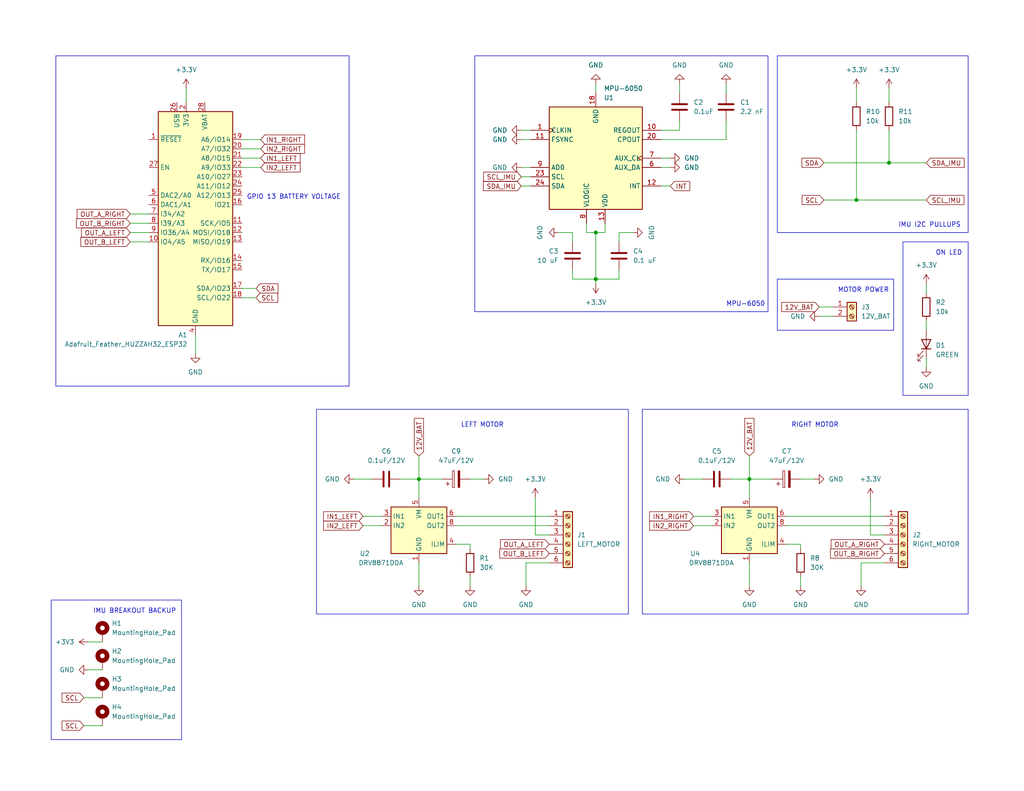
<source format=kicad_sch>
(kicad_sch (version 20230121) (generator eeschema)
  (paper "A")
  (title_block (title "Balance Bot PCB") (date "2023-10-23") (rev "0.01") (company "Vormbaum & Raventos - ME 507"))
  (lib_symbols
    (symbol "Connector:Screw_Terminal_01x02" (pin_names (offset 1.016) hide)
      (property "Reference" "J" (at 0 2.54 0))
      (property "Value" "Screw_Terminal_01x02" (at 0 -5.08 0))
      (symbol "Screw_Terminal_01x02_1_1"
        (rectangle (start -1.27 1.27) (end 1.27 -3.81) (stroke (width 0.254)) (fill (type background)))
        (circle (center 0 -2.54) (radius 0.635) (stroke (width 0.1524)))
        (polyline (pts (xy -0.5334 -2.2098) (xy 0.3302 -3.048)) (stroke (width 0.1524)))
        (polyline (pts (xy -0.5334 0.3302) (xy 0.3302 -0.508)) (stroke (width 0.1524)))
        (polyline (pts (xy -0.3556 -2.032) (xy 0.508 -2.8702)) (stroke (width 0.1524)))
        (polyline (pts (xy -0.3556 0.508) (xy 0.508 -0.3302)) (stroke (width 0.1524)))
        (circle (center 0 0) (radius 0.635) (stroke (width 0.1524)))
        (pin passive line (at -5.08 0 0) (length 3.81) (name "Pin_1") (number "1"))
        (pin passive line (at -5.08 -2.54 0) (length 3.81) (name "Pin_2") (number "2"))
      )
    )
    (symbol "Connector:Screw_Terminal_01x06" (pin_names (offset 1.016) hide)
      (property "Reference" "J" (at 0 7.62 0))
      (property "Value" "Screw_Terminal_01x06" (at 0 -10.16 0))
      (symbol "Screw_Terminal_01x06_1_1"
        (rectangle (start -1.27 6.35) (end 1.27 -8.89) (stroke (width 0.254)) (fill (type background)))
        (circle (center 0 -7.62) (radius 0.635) (stroke (width 0.1524)))
        (circle (center 0 -5.08) (radius 0.635) (stroke (width 0.1524)))
        (circle (center 0 -2.54) (radius 0.635) (stroke (width 0.1524)))
        (polyline (pts (xy -0.5334 -7.2898) (xy 0.3302 -8.128)) (stroke (width 0.1524)))
        (polyline (pts (xy -0.5334 -4.7498) (xy 0.3302 -5.588)) (stroke (width 0.1524)))
        (polyline (pts (xy -0.5334 -2.2098) (xy 0.3302 -3.048)) (stroke (width 0.1524)))
        (polyline (pts (xy -0.5334 0.3302) (xy 0.3302 -0.508)) (stroke (width 0.1524)))
        (polyline (pts (xy -0.5334 2.8702) (xy 0.3302 2.032)) (stroke (width 0.1524)))
        (polyline (pts (xy -0.5334 5.4102) (xy 0.3302 4.572)) (stroke (width 0.1524)))
        (polyline (pts (xy -0.3556 -7.112) (xy 0.508 -7.9502)) (stroke (width 0.1524)))
        (polyline (pts (xy -0.3556 -4.572) (xy 0.508 -5.4102)) (stroke (width 0.1524)))
        (polyline (pts (xy -0.3556 -2.032) (xy 0.508 -2.8702)) (stroke (width 0.1524)))
        (polyline (pts (xy -0.3556 0.508) (xy 0.508 -0.3302)) (stroke (width 0.1524)))
        (polyline (pts (xy -0.3556 3.048) (xy 0.508 2.2098)) (stroke (width 0.1524)))
        (polyline (pts (xy -0.3556 5.588) (xy 0.508 4.7498)) (stroke (width 0.1524)))
        (circle (center 0 0) (radius 0.635) (stroke (width 0.1524)))
        (circle (center 0 2.54) (radius 0.635) (stroke (width 0.1524)))
        (circle (center 0 5.08) (radius 0.635) (stroke (width 0.1524)))
        (pin passive line (at -5.08 5.08 0) (length 3.81) (name "Pin_1") (number "1"))
        (pin passive line (at -5.08 2.54 0) (length 3.81) (name "Pin_2") (number "2"))
        (pin passive line (at -5.08 0 0) (length 3.81) (name "Pin_3") (number "3"))
        (pin passive line (at -5.08 -2.54 0) (length 3.81) (name "Pin_4") (number "4"))
        (pin passive line (at -5.08 -5.08 0) (length 3.81) (name "Pin_5") (number "5"))
        (pin passive line (at -5.08 -7.62 0) (length 3.81) (name "Pin_6") (number "6"))
      )
    )
    (symbol "Device:C" (pin_numbers hide) (pin_names (offset 0.254))
      (property "Reference" "C" (at 0.635 2.54 0))
      (property "Value" "C" (at 0.635 -2.54 0))
      (symbol "C_0_1"
        (polyline (pts (xy -2.032 -0.762) (xy 2.032 -0.762)) (stroke (width 0.508)))
        (polyline (pts (xy -2.032 0.762) (xy 2.032 0.762)) (stroke (width 0.508)))
      )
      (symbol "C_1_1"
        (pin passive line (at 0 3.81 270) (length 2.794) (name "~") (number "1"))
        (pin passive line (at 0 -3.81 90) (length 2.794) (name "~") (number "2"))
      )
    )
    (symbol "Device:C_Polarized" (pin_numbers hide) (pin_names (offset 0.254))
      (property "Reference" "C" (at 0.635 2.54 0))
      (property "Value" "C_Polarized" (at 0.635 -2.54 0))
      (symbol "C_Polarized_0_1"
        (rectangle (start -2.286 0.508) (end 2.286 1.016))
        (polyline (pts (xy -1.778 2.286) (xy -0.762 2.286)))
        (polyline (pts (xy -1.27 2.794) (xy -1.27 1.778)))
        (rectangle (start 2.286 -0.508) (end -2.286 -1.016) (fill (type outline)))
      )
      (symbol "C_Polarized_1_1"
        (pin passive line (at 0 3.81 270) (length 2.794) (name "~") (number "1"))
        (pin passive line (at 0 -3.81 90) (length 2.794) (name "~") (number "2"))
      )
    )
    (symbol "Device:LED" (pin_numbers hide) (pin_names (offset 1.016) hide)
      (property "Reference" "D" (at 0 2.54 0))
      (property "Value" "LED" (at 0 -2.54 0))
      (symbol "LED_0_1"
        (polyline (pts (xy -1.27 -1.27) (xy -1.27 1.27)) (stroke (width 0.254)))
        (polyline (pts (xy -1.27 0) (xy 1.27 0)))
        (polyline (pts (xy 1.27 -1.27) (xy 1.27 1.27) (xy -1.27 0) (xy 1.27 -1.27)) (stroke (width 0.254)))
        (polyline (pts (xy -3.048 -0.762) (xy -4.572 -2.286) (xy -3.81 -2.286) (xy -4.572 -2.286) (xy -4.572 -1.524)))
        (polyline (pts (xy -1.778 -0.762) (xy -3.302 -2.286) (xy -2.54 -2.286) (xy -3.302 -2.286) (xy -3.302 -1.524)))
      )
      (symbol "LED_1_1"
        (pin passive line (at -3.81 0 0) (length 2.54) (name "K") (number "1"))
        (pin passive line (at 3.81 0 180) (length 2.54) (name "A") (number "2"))
      )
    )
    (symbol "Device:R" (pin_numbers hide) (pin_names (offset 0))
      (property "Reference" "R" (at 2.032 0 90))
      (property "Value" "R" (at 0 0 90))
      (symbol "R_0_1"
        (rectangle (start -1.016 -2.54) (end 1.016 2.54) (stroke (width 0.254)))
      )
      (symbol "R_1_1"
        (pin passive line (at 0 3.81 270) (length 1.27) (name "~") (number "1"))
        (pin passive line (at 0 -3.81 90) (length 1.27) (name "~") (number "2"))
      )
    )
    (symbol "Driver_Motor:DRV8871DDA"
      (property "Reference" "U" (at -6.35 6.35 0))
      (property "Value" "DRV8871DDA" (at 8.89 6.35 0))
      (symbol "DRV8871DDA_0_1"
        (rectangle (start -7.62 5.08) (end 7.62 -7.62) (stroke (width 0.254)) (fill (type background)))
      )
      (symbol "DRV8871DDA_1_1"
        (pin power_in line (at 0 -10.16 90) (length 2.54) (name "GND") (number "1"))
        (pin input line (at -10.16 0 0) (length 2.54) (name "IN2") (number "2"))
        (pin input line (at -10.16 2.54 0) (length 2.54) (name "IN1") (number "3"))
        (pin passive line (at 10.16 -5.08 180) (length 2.54) (name "ILIM") (number "4"))
        (pin power_in line (at 0 7.62 270) (length 2.54) (name "VM") (number "5"))
        (pin output line (at 10.16 2.54 180) (length 2.54) (name "OUT1") (number "6"))
        (pin passive line (at 0 -10.16 90) (length 2.54) hide (name "GND") (number "7"))
        (pin output line (at 10.16 0 180) (length 2.54) (name "OUT2") (number "8"))
        (pin passive line (at 0 -10.16 90) (length 2.54) hide (name "GND") (number "9"))
      )
    )
    (symbol "MCU_Module:Adafruit_Feather_HUZZAH32_ESP32"
      (property "Reference" "A" (at -10.16 29.21 0))
      (property "Value" "Adafruit_Feather_HUZZAH32_ESP32" (at 2.54 -31.75 0))
      (symbol "Adafruit_Feather_HUZZAH32_ESP32_0_1"
        (rectangle (start -10.16 27.94) (end 10.16 -30.48) (stroke (width 0.254)) (fill (type background)))
      )
      (symbol "Adafruit_Feather_HUZZAH32_ESP32_1_1"
        (pin input line (at 12.7 20.32 180) (length 2.54) (name "~{RESET}") (number "1"))
        (pin bidirectional line (at 12.7 -7.62 180) (length 2.54) (name "IO4/A5") (number "10"))
        (pin bidirectional line (at -12.7 -2.54 0) (length 2.54) (name "SCK/IO5") (number "11"))
        (pin bidirectional line (at -12.7 -5.08 0) (length 2.54) (name "MOSI/IO18") (number "12"))
        (pin bidirectional line (at -12.7 -7.62 0) (length 2.54) (name "MISO/IO19") (number "13"))
        (pin bidirectional line (at -12.7 -12.7 0) (length 2.54) (name "RX/IO16") (number "14"))
        (pin bidirectional line (at -12.7 -15.24 0) (length 2.54) (name "TX/IO17") (number "15"))
        (pin bidirectional line (at -12.7 2.54 0) (length 2.54) (name "IO21") (number "16"))
        (pin bidirectional line (at -12.7 -20.32 0) (length 2.54) (name "SDA/IO23") (number "17"))
        (pin bidirectional line (at -12.7 -22.86 0) (length 2.54) (name "SCL/IO22") (number "18"))
        (pin bidirectional line (at -12.7 20.32 0) (length 2.54) (name "A6/IO14") (number "19"))
        (pin power_in line (at 2.54 30.48 270) (length 2.54) (name "3V3") (number "2"))
        (pin bidirectional line (at -12.7 17.78 0) (length 2.54) (name "A7/IO32") (number "20"))
        (pin bidirectional line (at -12.7 15.24 0) (length 2.54) (name "A8/IO15") (number "21"))
        (pin bidirectional line (at -12.7 12.7 0) (length 2.54) (name "A9/IO33") (number "22"))
        (pin bidirectional line (at -12.7 10.16 0) (length 2.54) (name "A10/IO27") (number "23"))
        (pin bidirectional line (at -12.7 7.62 0) (length 2.54) (name "A11/IO12") (number "24"))
        (pin bidirectional line (at -12.7 5.08 0) (length 2.54) (name "A12/IO13") (number "25"))
        (pin power_in line (at 5.08 30.48 270) (length 2.54) (name "USB") (number "26"))
        (pin input line (at 12.7 12.7 180) (length 2.54) (name "EN") (number "27"))
        (pin power_in line (at -2.54 30.48 270) (length 2.54) (name "VBAT") (number "28"))
        (pin no_connect line (at 10.16 10.16 180) (length 2.54) hide (name "NC") (number "3"))
        (pin power_in line (at 0 -33.02 90) (length 2.54) (name "GND") (number "4"))
        (pin bidirectional line (at 12.7 5.08 180) (length 2.54) (name "DAC2/A0") (number "5"))
        (pin bidirectional line (at 12.7 2.54 180) (length 2.54) (name "DAC1/A1") (number "6"))
        (pin bidirectional line (at 12.7 0 180) (length 2.54) (name "I34/A2") (number "7"))
        (pin bidirectional line (at 12.7 -2.54 180) (length 2.54) (name "I39/A3") (number "8"))
        (pin bidirectional line (at 12.7 -5.08 180) (length 2.54) (name "IO36/A4") (number "9"))
      )
    )
    (symbol "Mechanical:MountingHole_Pad" (pin_numbers hide) (pin_names (offset 1.016) hide)
      (property "Reference" "H" (at 0 6.35 0))
      (property "Value" "MountingHole_Pad" (at 0 4.445 0))
      (symbol "MountingHole_Pad_0_1"
        (circle (center 0 1.27) (radius 1.27) (stroke (width 1.27)))
      )
      (symbol "MountingHole_Pad_1_1"
        (pin input line (at 0 -2.54 90) (length 2.54) (name "1") (number "1"))
      )
    )
    (symbol "Sensor_Motion:MPU-6050"
      (property "Reference" "U" (at -11.43 13.97 0))
      (property "Value" "MPU-6050" (at 7.62 -15.24 0))
      (symbol "MPU-6050_0_0"
        (text "" (at 12.7 -2.54 0) (effects (font (size 1.27 1.27))))
      )
      (symbol "MPU-6050_0_1"
        (rectangle (start -12.7 13.97) (end 12.7 -13.97) (stroke (width 0.254)) (fill (type background)))
      )
      (symbol "MPU-6050_1_1"
        (pin input clock (at -17.78 -7.62 0) (length 5.08) (name "CLKIN") (number "1"))
        (pin passive line (at 17.78 -7.62 180) (length 5.08) (name "REGOUT") (number "10"))
        (pin input line (at -17.78 -5.08 0) (length 5.08) (name "FSYNC") (number "11"))
        (pin output line (at 17.78 7.62 180) (length 5.08) (name "INT") (number "12"))
        (pin power_in line (at 2.54 17.78 270) (length 3.81) (name "VDD") (number "13"))
        (pin no_connect line (at -12.7 -10.16 0) (length 2.54) hide (name "NC") (number "14"))
        (pin no_connect line (at 12.7 12.7 180) (length 2.54) hide (name "NC") (number "15"))
        (pin no_connect line (at 12.7 10.16 180) (length 2.54) hide (name "NC") (number "16"))
        (pin no_connect line (at 12.7 5.08 180) (length 2.54) hide (name "NC") (number "17"))
        (pin power_in line (at 0 -17.78 90) (length 3.81) (name "GND") (number "18"))
        (pin no_connect line (at 12.7 -10.16 180) (length 2.54) hide (name "RESV") (number "19"))
        (pin no_connect line (at -12.7 12.7 0) (length 2.54) hide (name "NC") (number "2"))
        (pin passive line (at 17.78 -5.08 180) (length 5.08) (name "CPOUT") (number "20"))
        (pin no_connect line (at 12.7 -2.54 180) (length 2.54) hide (name "RESV") (number "21"))
        (pin no_connect line (at 12.7 -12.7 180) (length 2.54) hide (name "RESV") (number "22"))
        (pin input line (at -17.78 5.08 0) (length 5.08) (name "SCL") (number "23"))
        (pin bidirectional line (at -17.78 7.62 0) (length 5.08) (name "SDA") (number "24"))
        (pin no_connect line (at -12.7 10.16 0) (length 2.54) hide (name "NC") (number "3"))
        (pin no_connect line (at -12.7 0 0) (length 2.54) hide (name "NC") (number "4"))
        (pin no_connect line (at -12.7 -2.54 0) (length 2.54) hide (name "NC") (number "5"))
        (pin bidirectional line (at 17.78 2.54 180) (length 5.08) (name "AUX_DA") (number "6"))
        (pin output clock (at 17.78 0 180) (length 5.08) (name "AUX_CL") (number "7"))
        (pin power_in line (at -2.54 17.78 270) (length 3.81) (name "VLOGIC") (number "8"))
        (pin input line (at -17.78 2.54 0) (length 5.08) (name "AD0") (number "9"))
      )
    )
    (symbol "power:+3.3V" (power) (pin_names (offset 0))
      (property "Value" "+3.3V" (at 0 3.556 0))
      (symbol "+3.3V_0_1"
        (polyline (pts (xy -0.762 1.27) (xy 0 2.54)))
        (polyline (pts (xy 0 0) (xy 0 2.54)))
        (polyline (pts (xy 0 2.54) (xy 0.762 1.27)))
      )
      (symbol "+3.3V_1_1"
        (pin power_in line (at 0 0 90) (length 0) hide (name "+3.3V") (number "1"))
      )
    )
    (symbol "power:+3V3" (power) (pin_names (offset 0))
      (property "Value" "+3V3" (at 0 3.556 0))
      (symbol "+3V3_0_1"
        (polyline (pts (xy -0.762 1.27) (xy 0 2.54)))
        (polyline (pts (xy 0 0) (xy 0 2.54)))
        (polyline (pts (xy 0 2.54) (xy 0.762 1.27)))
      )
      (symbol "+3V3_1_1"
        (pin power_in line (at 0 0 90) (length 0) hide (name "+3V3") (number "1"))
      )
    )
    (symbol "power:GND" (power) (pin_names (offset 0))
      (property "Value" "GND" (at 0 -3.81 0))
      (symbol "GND_0_1"
        (polyline (pts (xy 0 0) (xy 0 -1.27) (xy 1.27 -1.27) (xy 0 -2.54) (xy -1.27 -1.27) (xy 0 -1.27)))
      )
      (symbol "GND_1_1"
        (pin power_in line (at 0 0 270) (length 0) hide (name "GND") (number "1"))
      )
    )
  )
  (junction (at 162.56 76.2))
  (junction (at 162.56 63.5))
  (junction (at 242.57 44.45))
  (junction (at 233.68 54.61))
  (junction (at 114.3 130.81))
  (junction (at 204.47 130.81))
  (wire (pts (xy 162.56 22.86) (xy 162.56 25.4)))
  (wire (pts (xy 180.34 38.1) (xy 198.12 38.1)))
  (wire (pts (xy 96.52 130.81) (xy 101.6 130.81)))
  (wire (pts (xy 142.24 50.8) (xy 144.78 50.8)))
  (wire (pts (xy 162.56 77.47) (xy 162.56 76.2)))
  (wire (pts (xy 152.4 63.5) (xy 156.21 63.5)))
  (wire (pts (xy 162.56 63.5) (xy 162.56 76.2)))
  (wire (pts (xy 109.22 130.81) (xy 114.3 130.81)))
  (wire (pts (xy 50.8 24.13) (xy 50.8 27.94)))
  (wire (pts (xy 204.47 124.46) (xy 204.47 130.81)))
  (wire (pts (xy 124.46 143.51) (xy 149.86 143.51)))
  (wire (pts (xy 99.06 143.51) (xy 104.14 143.51)))
  (wire (pts (xy 128.27 157.48) (xy 128.27 160.02)))
  (wire (pts (xy 233.68 35.56) (xy 233.68 54.61)))
  (wire (pts (xy 252.73 77.47) (xy 252.73 80.01)))
  (wire (pts (xy 180.34 43.18) (xy 182.88 43.18)))
  (wire (pts (xy 214.63 148.59) (xy 218.44 148.59)))
  (wire (pts (xy 237.49 135.89) (xy 237.49 146.05)))
  (wire (pts (xy 128.27 148.59) (xy 128.27 149.86)))
  (wire (pts (xy 128.27 130.81) (xy 132.08 130.81)))
  (wire (pts (xy 124.46 140.97) (xy 149.86 140.97)))
  (wire (pts (xy 22.86 198.12) (xy 27.94 198.12)))
  (wire (pts (xy 114.3 153.67) (xy 114.3 160.02)))
  (wire (pts (xy 142.24 35.56) (xy 144.78 35.56)))
  (wire (pts (xy 218.44 148.59) (xy 218.44 149.86)))
  (wire (pts (xy 252.73 97.79) (xy 252.73 100.33)))
  (wire (pts (xy 66.04 78.74) (xy 69.85 78.74)))
  (wire (pts (xy 199.39 130.81) (xy 204.47 130.81)))
  (wire (pts (xy 35.56 66.04) (xy 40.64 66.04)))
  (wire (pts (xy 156.21 63.5) (xy 156.21 66.04)))
  (wire (pts (xy 35.56 58.42) (xy 40.64 58.42)))
  (wire (pts (xy 180.34 35.56) (xy 185.42 35.56)))
  (wire (pts (xy 242.57 24.13) (xy 242.57 27.94)))
  (wire (pts (xy 185.42 25.4) (xy 185.42 22.86)))
  (wire (pts (xy 242.57 44.45) (xy 252.73 44.45)))
  (wire (pts (xy 35.56 60.96) (xy 40.64 60.96)))
  (wire (pts (xy 66.04 81.28) (xy 69.85 81.28)))
  (wire (pts (xy 165.1 60.96) (xy 165.1 63.5)))
  (wire (pts (xy 53.34 91.44) (xy 53.34 96.52)))
  (wire (pts (xy 214.63 143.51) (xy 241.3 143.51)))
  (wire (pts (xy 142.24 45.72) (xy 144.78 45.72)))
  (wire (pts (xy 124.46 148.59) (xy 128.27 148.59)))
  (wire (pts (xy 162.56 76.2) (xy 156.21 76.2)))
  (wire (pts (xy 242.57 35.56) (xy 242.57 44.45)))
  (wire (pts (xy 218.44 157.48) (xy 218.44 160.02)))
  (wire (pts (xy 160.02 63.5) (xy 162.56 63.5)))
  (wire (pts (xy 223.52 83.82) (xy 227.33 83.82)))
  (wire (pts (xy 66.04 38.1) (xy 71.12 38.1)))
  (wire (pts (xy 142.24 48.26) (xy 144.78 48.26)))
  (wire (pts (xy 114.3 130.81) (xy 120.65 130.81)))
  (wire (pts (xy 234.95 160.02) (xy 234.95 153.67)))
  (wire (pts (xy 146.05 135.89) (xy 146.05 146.05)))
  (wire (pts (xy 146.05 146.05) (xy 149.86 146.05)))
  (wire (pts (xy 114.3 124.46) (xy 114.3 130.81)))
  (wire (pts (xy 156.21 76.2) (xy 156.21 73.66)))
  (wire (pts (xy 189.23 140.97) (xy 194.31 140.97)))
  (wire (pts (xy 233.68 54.61) (xy 252.73 54.61)))
  (wire (pts (xy 218.44 130.81) (xy 222.25 130.81)))
  (wire (pts (xy 22.86 190.5) (xy 27.94 190.5)))
  (wire (pts (xy 214.63 140.97) (xy 241.3 140.97)))
  (wire (pts (xy 143.51 153.67) (xy 149.86 153.67)))
  (wire (pts (xy 162.56 76.2) (xy 168.91 76.2)))
  (wire (pts (xy 35.56 63.5) (xy 40.64 63.5)))
  (wire (pts (xy 142.24 38.1) (xy 144.78 38.1)))
  (wire (pts (xy 224.79 44.45) (xy 242.57 44.45)))
  (wire (pts (xy 180.34 50.8) (xy 182.88 50.8)))
  (wire (pts (xy 198.12 22.86) (xy 198.12 25.4)))
  (wire (pts (xy 186.69 130.81) (xy 191.77 130.81)))
  (wire (pts (xy 180.34 45.72) (xy 182.88 45.72)))
  (wire (pts (xy 198.12 38.1) (xy 198.12 33.02)))
  (wire (pts (xy 233.68 24.13) (xy 233.68 27.94)))
  (wire (pts (xy 204.47 130.81) (xy 210.82 130.81)))
  (wire (pts (xy 114.3 130.81) (xy 114.3 135.89)))
  (wire (pts (xy 143.51 160.02) (xy 143.51 153.67)))
  (wire (pts (xy 160.02 60.96) (xy 160.02 63.5)))
  (wire (pts (xy 234.95 153.67) (xy 241.3 153.67)))
  (wire (pts (xy 66.04 45.72) (xy 71.12 45.72)))
  (wire (pts (xy 204.47 130.81) (xy 204.47 135.89)))
  (wire (pts (xy 168.91 63.5) (xy 172.72 63.5)))
  (wire (pts (xy 66.04 40.64) (xy 71.12 40.64)))
  (wire (pts (xy 168.91 66.04) (xy 168.91 63.5)))
  (wire (pts (xy 252.73 87.63) (xy 252.73 90.17)))
  (wire (pts (xy 99.06 140.97) (xy 104.14 140.97)))
  (wire (pts (xy 24.13 182.88) (xy 27.94 182.88)))
  (wire (pts (xy 168.91 76.2) (xy 168.91 73.66)))
  (wire (pts (xy 223.52 86.36) (xy 227.33 86.36)))
  (wire (pts (xy 66.04 43.18) (xy 71.12 43.18)))
  (wire (pts (xy 204.47 153.67) (xy 204.47 160.02)))
  (wire (pts (xy 185.42 35.56) (xy 185.42 33.02)))
  (wire (pts (xy 162.56 63.5) (xy 165.1 63.5)))
  (wire (pts (xy 24.13 175.26) (xy 27.94 175.26)))
  (wire (pts (xy 237.49 146.05) (xy 241.3 146.05)))
  (wire (pts (xy 189.23 143.51) (xy 194.31 143.51)))
  (wire (pts (xy 224.79 54.61) (xy 233.68 54.61)))
  (rectangle (start 13.97 163.83) (end 49.53 201.93))
  (rectangle (start 129.54 15.24) (end 209.55 85.09))
  (rectangle (start 175.26 111.76) (end 264.16 167.64))
  (rectangle (start 246.38 66.04) (end 264.16 107.95))
  (rectangle (start 212.09 76.2) (end 243.84 90.17))
  (rectangle (start 15.24 15.24) (end 95.25 105.41))
  (rectangle (start 212.09 15.24) (end 264.16 63.5))
  (rectangle (start 86.36 111.76) (end 171.45 167.64))
  (text "ON LED" (at 255.27 69.85 0) (effects (font (size 1.27 1.27)) (justify left bottom)))
  (text "GPIO 13 BATTERY VOLTAGE" (at 67.31 54.61 0) (effects (font (size 1.27 1.27)) (justify left bottom)))
  (text "IMU BREAKOUT BACKUP" (at 25.4 167.64 0) (effects (font (size 1.27 1.27)) (justify left bottom)))
  (text "RIGHT MOTOR" (at 215.9 116.84 0) (effects (font (size 1.27 1.27)) (justify left bottom)))
  (text "IMU I2C PULLUPS" (at 245.11 62.23 0) (effects (font (size 1.27 1.27)) (justify left bottom)))
  (text "MPU-6050" (at 198.12 83.82 0) (effects (font (size 1.27 1.27)) (justify left bottom)))
  (text "MOTOR POWER" (at 228.6 80.01 0) (effects (font (size 1.27 1.27)) (justify left bottom)))
  (text "LEFT MOTOR" (at 125.73 116.84 0) (effects (font (size 1.27 1.27)) (justify left bottom)))
  (global_label "IN1_LEFT" (shape input) (at 99.06 140.97 180) (property "Intersheetrefs" "${INTERSHEET_REFS}" (effects hide)))
  (global_label "12V_BAT" (shape input) (at 223.52 83.82 180) (property "Intersheetrefs" "${INTERSHEET_REFS}" (effects hide)))
  (global_label "SCL" (shape input) (at 22.86 190.5 180) (property "Intersheetrefs" "${INTERSHEET_REFS}" (effects hide)))
  (global_label "INT" (shape input) (at 182.88 50.8 0) (property "Intersheetrefs" "${INTERSHEET_REFS}" (effects hide)))
  (global_label "SCL" (shape input) (at 22.86 198.12 180) (property "Intersheetrefs" "${INTERSHEET_REFS}" (effects hide)))
  (global_label "OUT_A_RIGHT" (shape input) (at 35.56 58.42 180) (property "Intersheetrefs" "${INTERSHEET_REFS}" (effects hide)))
  (global_label "OUT_B_LEFT" (shape input) (at 35.56 66.04 180) (property "Intersheetrefs" "${INTERSHEET_REFS}" (effects hide)))
  (global_label "OUT_A_RIGHT" (shape input) (at 241.3 148.59 180) (property "Intersheetrefs" "${INTERSHEET_REFS}" (effects hide)))
  (global_label "OUT_A_LEFT" (shape input) (at 149.86 148.59 180) (property "Intersheetrefs" "${INTERSHEET_REFS}" (effects hide)))
  (global_label "SDA_IMU" (shape input) (at 252.73 44.45 0) (property "Intersheetrefs" "${INTERSHEET_REFS}" (effects hide)))
  (global_label "OUT_B_RIGHT" (shape input) (at 241.3 151.13 180) (property "Intersheetrefs" "${INTERSHEET_REFS}" (effects hide)))
  (global_label "SCL_IMU" (shape input) (at 142.24 48.26 180) (property "Intersheetrefs" "${INTERSHEET_REFS}" (effects hide)))
  (global_label "OUT_B_RIGHT" (shape input) (at 35.56 60.96 180) (property "Intersheetrefs" "${INTERSHEET_REFS}" (effects hide)))
  (global_label "IN1_LEFT" (shape input) (at 71.12 43.18 0) (property "Intersheetrefs" "${INTERSHEET_REFS}" (effects hide)))
  (global_label "OUT_A_LEFT" (shape input) (at 35.56 63.5 180) (property "Intersheetrefs" "${INTERSHEET_REFS}" (effects hide)))
  (global_label "IN1_RIGHT" (shape input) (at 71.12 38.1 0) (property "Intersheetrefs" "${INTERSHEET_REFS}" (effects hide)))
  (global_label "IN2_RIGHT" (shape input) (at 71.12 40.64 0) (property "Intersheetrefs" "${INTERSHEET_REFS}" (effects hide)))
  (global_label "12V_BAT" (shape input) (at 204.47 124.46 90) (property "Intersheetrefs" "${INTERSHEET_REFS}" (effects hide)))
  (global_label "IN2_LEFT" (shape input) (at 71.12 45.72 0) (property "Intersheetrefs" "${INTERSHEET_REFS}" (effects hide)))
  (global_label "IN2_LEFT" (shape input) (at 99.06 143.51 180) (property "Intersheetrefs" "${INTERSHEET_REFS}" (effects hide)))
  (global_label "12V_BAT" (shape input) (at 114.3 124.46 90) (property "Intersheetrefs" "${INTERSHEET_REFS}" (effects hide)))
  (global_label "SCL_IMU" (shape input) (at 252.73 54.61 0) (property "Intersheetrefs" "${INTERSHEET_REFS}" (effects hide)))
  (global_label "SDA" (shape input) (at 69.85 78.74 0) (property "Intersheetrefs" "${INTERSHEET_REFS}" (effects hide)))
  (global_label "SCL" (shape input) (at 224.79 54.61 180) (property "Intersheetrefs" "${INTERSHEET_REFS}" (effects hide)))
  (global_label "SCL" (shape input) (at 69.85 81.28 0) (property "Intersheetrefs" "${INTERSHEET_REFS}" (effects hide)))
  (global_label "OUT_B_LEFT" (shape input) (at 149.86 151.13 180) (property "Intersheetrefs" "${INTERSHEET_REFS}" (effects hide)))
  (global_label "SDA" (shape input) (at 224.79 44.45 180) (property "Intersheetrefs" "${INTERSHEET_REFS}" (effects hide)))
  (global_label "IN2_RIGHT" (shape input) (at 189.23 143.51 180) (property "Intersheetrefs" "${INTERSHEET_REFS}" (effects hide)))
  (global_label "IN1_RIGHT" (shape input) (at 189.23 140.97 180) (property "Intersheetrefs" "${INTERSHEET_REFS}" (effects hide)))
  (global_label "SDA_IMU" (shape input) (at 142.24 50.8 180) (property "Intersheetrefs" "${INTERSHEET_REFS}" (effects hide)))
  (symbol (lib_id "power:GND") (at 96.52 130.81 270) (mirror x) (unit 1)
    (property "Reference" "#PWR013" (effects hide))
    (property "Value" "GND" (at 92.71 130.81 90) (effects (justify right)))
  )
  (symbol (lib_id "power:GND") (at 128.27 160.02 0) (unit 1)
    (property "Reference" "#PWR015" (effects hide))
    (property "Value" "GND" (at 128.27 165.1 0))
  )
  (symbol (lib_id "power:+3.3V") (at 252.73 77.47 0) (unit 1)
    (property "Reference" "#PWR016" (effects hide))
    (property "Value" "+3.3V" (at 252.73 72.39 0))
  )
  (symbol (lib_id "power:GND") (at 218.44 160.02 0) (unit 1)
    (property "Reference" "#PWR027" (effects hide))
    (property "Value" "GND" (at 218.44 165.1 0))
  )
  (symbol (lib_id "power:GND") (at 143.51 160.02 0) (unit 1)
    (property "Reference" "#PWR023" (effects hide))
    (property "Value" "GND" (at 143.51 165.1 0))
  )
  (symbol (lib_id "power:GND") (at 204.47 160.02 0) (unit 1)
    (property "Reference" "#PWR025" (effects hide))
    (property "Value" "GND" (at 204.47 165.1 0))
  )
  (symbol (lib_id "power:GND") (at 234.95 160.02 0) (unit 1)
    (property "Reference" "#PWR026" (effects hide))
    (property "Value" "GND" (at 234.95 165.1 0))
  )
  (symbol (lib_id "Connector:Screw_Terminal_01x06") (at 154.94 146.05 0) (unit 1)
    (property "Reference" "J1" (at 157.48 146.05 0) (effects (justify left)))
    (property "Value" "LEFT_MOTOR" (at 157.48 148.59 0) (effects (justify left)))
    (property "Footprint" "TerminalBlock_Phoenix:TerminalBlock_Phoenix_PT-1,5-6-3.5-H_1x06_P3.50mm_Horizontal" (effects hide))
  )
  (symbol (lib_id "power:GND") (at 53.34 96.52 0) (unit 1)
    (property "Reference" "#PWR01" (effects hide))
    (property "Value" "GND" (at 53.34 101.6 0))
  )
  (symbol (lib_id "Device:R") (at 242.57 31.75 0) (unit 1)
    (property "Reference" "R11" (at 245.11 30.48 0) (effects (justify left)))
    (property "Value" "10k" (at 245.11 33.02 0) (effects (justify left)))
    (property "Footprint" "Resistor_SMD:R_0805_2012Metric" (effects hide))
  )
  (symbol (lib_id "power:GND") (at 142.24 35.56 270) (unit 1)
    (property "Reference" "#PWR07" (effects hide))
    (property "Value" "GND" (at 138.43 35.56 90) (effects (justify right)))
  )
  (symbol (lib_id "power:+3.3V") (at 146.05 135.89 0) (mirror y) (unit 1)
    (property "Reference" "#PWR022" (effects hide))
    (property "Value" "+3.3V" (at 146.05 130.81 0))
  )
  (symbol (lib_id "Device:C_Polarized") (at 214.63 130.81 90) (unit 1)
    (property "Reference" "C7" (at 214.63 123.19 90))
    (property "Value" "47uF/12V" (at 214.63 125.73 90))
  )
  (symbol (lib_id "MCU_Module:Adafruit_Feather_HUZZAH32_ESP32") (at 53.34 58.42 0) (mirror y) (unit 1)
    (property "Reference" "A1" (at 51.1459 91.44 0) (effects (justify left)))
    (property "Value" "Adafruit_Feather_HUZZAH32_ESP32" (at 51.1459 93.98 0) (effects (justify left)))
    (property "Footprint" "Module:Adafruit_Feather" (effects hide))
    (property "Datasheet" "https://cdn-learn.adafruit.com/downloads/pdf/adafruit-huzzah32-esp32-feather.pdf" (effects hide))
  )
  (symbol (lib_id "power:GND") (at 198.12 22.86 0) (mirror x) (unit 1)
    (property "Reference" "#PWR03" (effects hide))
    (property "Value" "GND" (at 198.12 17.78 0))
  )
  (symbol (lib_id "Device:C") (at 185.42 29.21 0) (unit 1)
    (property "Reference" "C2" (at 189.23 27.94 0) (effects (justify left)))
    (property "Value" "0.1uF" (at 189.23 30.48 0) (effects (justify left)))
    (property "Footprint" "Capacitor_SMD:C_0805_2012Metric" (effects hide))
  )
  (symbol (lib_id "Driver_Motor:DRV8871DDA") (at 114.3 143.51 0) (unit 1)
    (property "Reference" "U2" (at 98.1359 151.13 0) (effects (justify left)))
    (property "Value" "DRV8871DDA" (at 97.79 153.67 0) (effects (justify left)))
    (property "Footprint" "Package_SO:Texas_HTSOP-8-1EP_3.9x4.9mm_P1.27mm_EP2.95x4.9mm_Mask2.4x3.1mm_ThermalVias" (effects hide))
    (property "Datasheet" "http://www.ti.com/lit/ds/symlink/drv8871.pdf" (effects hide))
  )
  (symbol (lib_id "power:GND") (at 114.3 160.02 0) (unit 1)
    (property "Reference" "#PWR014" (effects hide))
    (property "Value" "GND" (at 114.3 165.1 0))
  )
  (symbol (lib_id "Device:C") (at 168.91 69.85 180) (unit 1)
    (property "Reference" "C4" (at 172.72 68.58 0) (effects (justify right)))
    (property "Value" "0.1 uF" (at 172.72 71.12 0) (effects (justify right)))
    (property "Footprint" "Capacitor_SMD:C_0805_2012Metric" (effects hide))
  )
  (symbol (lib_id "power:GND") (at 142.24 45.72 270) (unit 1)
    (property "Reference" "#PWR031" (effects hide))
    (property "Value" "GND" (at 138.43 45.72 90) (effects (justify right)))
  )
  (symbol (lib_id "Device:C") (at 195.58 130.81 270) (unit 1)
    (property "Reference" "C5" (at 195.58 123.19 90))
    (property "Value" "0.1uF/12V" (at 195.58 125.73 90))
    (property "Footprint" "Capacitor_SMD:C_0805_2012Metric" (effects hide))
  )
  (symbol (lib_id "power:GND") (at 162.56 22.86 180) (unit 1)
    (property "Reference" "#PWR02" (effects hide))
    (property "Value" "GND" (at 162.56 17.78 0))
  )
  (symbol (lib_id "power:GND") (at 186.69 130.81 270) (mirror x) (unit 1)
    (property "Reference" "#PWR011" (effects hide))
    (property "Value" "GND" (at 182.88 130.81 90) (effects (justify right)))
  )
  (symbol (lib_id "Device:C") (at 105.41 130.81 270) (unit 1)
    (property "Reference" "C6" (at 105.41 123.19 90))
    (property "Value" "0.1uF/12V" (at 105.41 125.73 90))
    (property "Footprint" "Capacitor_SMD:C_0805_2012Metric" (effects hide))
  )
  (symbol (lib_id "power:+3.3V") (at 242.57 24.13 0) (unit 1)
    (property "Reference" "#PWR033" (effects hide))
    (property "Value" "+3.3V" (at 242.57 19.05 0))
  )
  (symbol (lib_id "Device:C") (at 198.12 29.21 0) (unit 1)
    (property "Reference" "C1" (at 201.93 27.94 0) (effects (justify left)))
    (property "Value" "2.2 nF" (at 201.93 30.48 0) (effects (justify left)))
    (property "Footprint" "Capacitor_SMD:C_0805_2012Metric" (effects hide))
  )
  (symbol (lib_id "power:GND") (at 152.4 63.5 270) (unit 1)
    (property "Reference" "#PWR010" (effects hide))
    (property "Value" "GND" (at 147.32 63.5 0))
  )
  (symbol (lib_id "Connector:Screw_Terminal_01x02") (at 232.41 83.82 0) (unit 1)
    (property "Reference" "J3" (at 234.95 83.82 0) (effects (justify left)))
    (property "Value" "12V_BAT" (at 234.95 86.36 0) (effects (justify left)))
  )
  (symbol (lib_id "power:+3.3V") (at 50.8 24.13 0) (mirror y) (unit 1)
    (property "Reference" "#PWR05" (effects hide))
    (property "Value" "+3.3V" (at 50.8 19.05 0))
  )
  (symbol (lib_id "Device:C") (at 156.21 69.85 0) (mirror x) (unit 1)
    (property "Reference" "C3" (at 152.4 68.58 0) (effects (justify right)))
    (property "Value" "10 uF" (at 152.4 71.12 0) (effects (justify right)))
    (property "Footprint" "Capacitor_SMD:C_0805_2012Metric" (effects hide))
  )
  (symbol (lib_id "power:+3.3V") (at 233.68 24.13 0) (unit 1)
    (property "Reference" "#PWR032" (effects hide))
    (property "Value" "+3.3V" (at 233.68 19.05 0))
  )
  (symbol (lib_id "power:+3V3") (at 24.13 175.26 90) (unit 1)
    (property "Reference" "#PWR020" (effects hide))
    (property "Value" "+3V3" (at 20.32 175.26 90) (effects (justify left)))
  )
  (symbol (lib_id "power:GND") (at 182.88 45.72 90) (mirror x) (unit 1)
    (property "Reference" "#PWR018" (effects hide))
    (property "Value" "GND" (at 186.69 45.72 90) (effects (justify right)))
  )
  (symbol (lib_id "Connector:Screw_Terminal_01x06") (at 246.38 146.05 0) (unit 1)
    (property "Reference" "J2" (at 248.92 146.05 0) (effects (justify left)))
    (property "Value" "RIGHT_MOTOR" (at 248.92 148.59 0) (effects (justify left)))
    (property "Footprint" "TerminalBlock_Phoenix:TerminalBlock_Phoenix_PT-1,5-6-3.5-H_1x06_P3.50mm_Horizontal" (effects hide))
  )
  (symbol (lib_id "Mechanical:MountingHole_Pad") (at 27.94 172.72 0) (unit 1)
    (property "Reference" "H1" (at 30.48 170.18 0) (effects (justify left)))
    (property "Value" "MountingHole_Pad" (at 30.48 172.72 0) (effects (justify left)))
  )
  (symbol (lib_id "power:GND") (at 24.13 182.88 270) (mirror x) (unit 1)
    (property "Reference" "#PWR021" (effects hide))
    (property "Value" "GND" (at 20.32 182.88 90) (effects (justify right)))
  )
  (symbol (lib_id "power:GND") (at 182.88 43.18 90) (mirror x) (unit 1)
    (property "Reference" "#PWR019" (effects hide))
    (property "Value" "GND" (at 186.69 43.18 90) (effects (justify right)))
  )
  (symbol (lib_id "power:GND") (at 132.08 130.81 90) (unit 1)
    (property "Reference" "#PWR030" (effects hide))
    (property "Value" "GND" (at 135.89 130.81 90) (effects (justify right)))
  )
  (symbol (lib_id "Device:R") (at 218.44 153.67 0) (unit 1)
    (property "Reference" "R8" (at 220.98 152.4 0) (effects (justify left)))
    (property "Value" "30K" (at 220.98 154.94 0) (effects (justify left)))
    (property "Footprint" "Resistor_SMD:R_0805_2012Metric" (effects hide))
  )
  (symbol (lib_id "power:GND") (at 222.25 130.81 90) (unit 1)
    (property "Reference" "#PWR029" (effects hide))
    (property "Value" "GND" (at 226.06 130.81 90) (effects (justify right)))
  )
  (symbol (lib_id "Device:R") (at 233.68 31.75 0) (unit 1)
    (property "Reference" "R10" (at 236.22 30.48 0) (effects (justify left)))
    (property "Value" "10k" (at 236.22 33.02 0) (effects (justify left)))
    (property "Footprint" "Resistor_SMD:R_0805_2012Metric" (effects hide))
  )
  (symbol (lib_id "power:+3.3V") (at 237.49 135.89 0) (mirror y) (unit 1)
    (property "Reference" "#PWR024" (effects hide))
    (property "Value" "+3.3V" (at 237.49 130.81 0))
  )
  (symbol (lib_id "power:GND") (at 252.73 100.33 0) (mirror y) (unit 1)
    (property "Reference" "#PWR017" (effects hide))
    (property "Value" "GND" (at 252.73 105.41 0))
  )
  (symbol (lib_id "Device:LED") (at 252.73 93.98 270) (mirror x) (unit 1)
    (property "Reference" "D1" (at 255.27 94.2975 90) (effects (justify left)))
    (property "Value" "GREEN" (at 255.27 96.8375 90) (effects (justify left)))
    (property "Footprint" "LED_SMD:LED_0805_2012Metric" (effects hide))
  )
  (symbol (lib_id "Mechanical:MountingHole_Pad") (at 27.94 195.58 0) (unit 1)
    (property "Reference" "H4" (at 30.48 193.04 0) (effects (justify left)))
    (property "Value" "MountingHole_Pad" (at 30.48 195.58 0) (effects (justify left)))
  )
  (symbol (lib_id "Mechanical:MountingHole_Pad") (at 27.94 180.34 0) (unit 1)
    (property "Reference" "H2" (at 30.48 177.8 0) (effects (justify left)))
    (property "Value" "MountingHole_Pad" (at 30.48 180.34 0) (effects (justify left)))
  )
  (symbol (lib_id "Device:R") (at 128.27 153.67 0) (unit 1)
    (property "Reference" "R1" (at 130.81 152.4 0) (effects (justify left)))
    (property "Value" "30K" (at 130.81 154.94 0) (effects (justify left)))
    (property "Footprint" "Resistor_SMD:R_0805_2012Metric" (effects hide))
  )
  (symbol (lib_id "power:GND") (at 172.72 63.5 90) (mirror x) (unit 1)
    (property "Reference" "#PWR08" (effects hide))
    (property "Value" "GND" (at 177.8 63.5 0))
  )
  (symbol (lib_id "Mechanical:MountingHole_Pad") (at 27.94 187.96 0) (unit 1)
    (property "Reference" "H3" (at 30.48 185.42 0) (effects (justify left)))
    (property "Value" "MountingHole_Pad" (at 30.48 187.96 0) (effects (justify left)))
  )
  (symbol (lib_id "Device:C_Polarized") (at 124.46 130.81 90) (unit 1)
    (property "Reference" "C9" (at 124.46 123.19 90))
    (property "Value" "47uF/12V" (at 124.46 125.73 90))
  )
  (symbol (lib_id "Sensor_Motion:MPU-6050") (at 162.56 43.18 0) (mirror x) (unit 1)
    (property "Reference" "U1" (at 164.7541 26.67 0) (effects (justify left)))
    (property "Value" "MPU-6050" (at 164.7541 24.13 0) (effects (justify left)))
    (property "Footprint" "Sensor_Motion:InvenSense_QFN-24_4x4mm_P0.5mm" (effects hide))
    (property "Datasheet" "https://invensense.tdk.com/wp-content/uploads/2015/02/MPU-6000-Datasheet1.pdf" (effects hide))
  )
  (symbol (lib_id "Device:R") (at 252.73 83.82 0) (unit 1)
    (property "Reference" "R2" (at 255.27 82.55 0) (effects (justify left)))
    (property "Value" "10k" (at 255.27 85.09 0) (effects (justify left)))
    (property "Footprint" "Resistor_SMD:R_0805_2012Metric" (effects hide))
  )
  (symbol (lib_id "power:GND") (at 223.52 86.36 270) (mirror x) (unit 1)
    (property "Reference" "#PWR028" (effects hide))
    (property "Value" "GND" (at 219.71 86.36 90) (effects (justify right)))
  )
  (symbol (lib_id "power:+3.3V") (at 162.56 77.47 180) (unit 1)
    (property "Reference" "#PWR04" (effects hide))
    (property "Value" "+3.3V" (at 162.56 82.55 0))
  )
  (symbol (lib_id "Driver_Motor:DRV8871DDA") (at 204.47 143.51 0) (unit 1)
    (property "Reference" "U4" (at 188.3059 151.13 0) (effects (justify left)))
    (property "Value" "DRV8871DDA" (at 187.96 153.67 0) (effects (justify left)))
    (property "Footprint" "Package_SO:Texas_HTSOP-8-1EP_3.9x4.9mm_P1.27mm_EP2.95x4.9mm_Mask2.4x3.1mm_ThermalVias" (effects hide))
    (property "Datasheet" "http://www.ti.com/lit/ds/symlink/drv8871.pdf" (effects hide))
  )
  (symbol (lib_id "power:GND") (at 185.42 22.86 0) (mirror x) (unit 1)
    (property "Reference" "#PWR09" (effects hide))
    (property "Value" "GND" (at 185.42 17.78 0))
  )
  (symbol (lib_id "power:GND") (at 142.24 38.1 270) (unit 1)
    (property "Reference" "#PWR06" (effects hide))
    (property "Value" "GND" (at 138.43 38.1 90) (effects (justify right)))
  )
)
</source>
